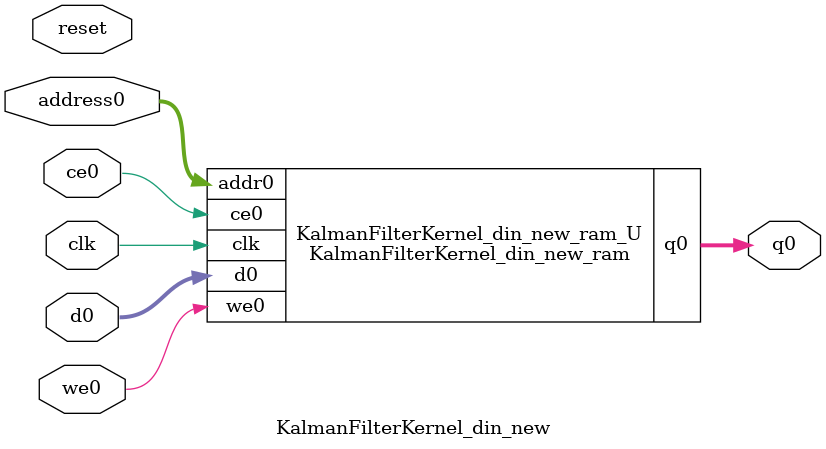
<source format=v>
`timescale 1 ns / 1 ps
module KalmanFilterKernel_din_new_ram (addr0, ce0, d0, we0, q0,  clk);

parameter DWIDTH = 32;
parameter AWIDTH = 3;
parameter MEM_SIZE = 6;

input[AWIDTH-1:0] addr0;
input ce0;
input[DWIDTH-1:0] d0;
input we0;
output reg[DWIDTH-1:0] q0;
input clk;

reg [DWIDTH-1:0] ram[0:MEM_SIZE-1];




always @(posedge clk)  
begin 
    if (ce0) begin
        if (we0) 
            ram[addr0] <= d0; 
        q0 <= ram[addr0];
    end
end


endmodule

`timescale 1 ns / 1 ps
module KalmanFilterKernel_din_new(
    reset,
    clk,
    address0,
    ce0,
    we0,
    d0,
    q0);

parameter DataWidth = 32'd32;
parameter AddressRange = 32'd6;
parameter AddressWidth = 32'd3;
input reset;
input clk;
input[AddressWidth - 1:0] address0;
input ce0;
input we0;
input[DataWidth - 1:0] d0;
output[DataWidth - 1:0] q0;



KalmanFilterKernel_din_new_ram KalmanFilterKernel_din_new_ram_U(
    .clk( clk ),
    .addr0( address0 ),
    .ce0( ce0 ),
    .we0( we0 ),
    .d0( d0 ),
    .q0( q0 ));

endmodule


</source>
